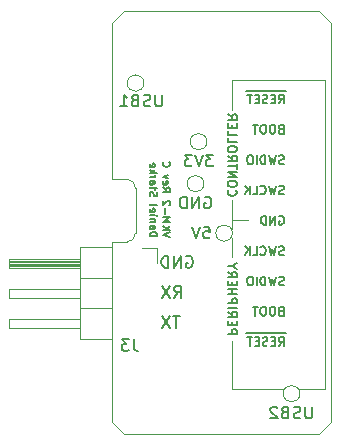
<source format=gbr>
G04 #@! TF.GenerationSoftware,KiCad,Pcbnew,(5.1.5)-3*
G04 #@! TF.CreationDate,2023-06-21T22:09:46+02:00*
G04 #@! TF.ProjectId,vkm,766b6d2e-6b69-4636-9164-5f7063625858,C*
G04 #@! TF.SameCoordinates,PX4395450PY715d7c0*
G04 #@! TF.FileFunction,Legend,Bot*
G04 #@! TF.FilePolarity,Positive*
%FSLAX46Y46*%
G04 Gerber Fmt 4.6, Leading zero omitted, Abs format (unit mm)*
G04 Created by KiCad (PCBNEW (5.1.5)-3) date 2023-06-21 22:09:46*
%MOMM*%
%LPD*%
G04 APERTURE LIST*
%ADD10C,0.120000*%
%ADD11C,0.150000*%
%ADD12C,0.177800*%
%ADD13C,0.050000*%
%ADD14C,0.127000*%
G04 APERTURE END LIST*
D10*
X10160000Y18161000D02*
X10160000Y16510000D01*
D11*
X5780547Y11537120D02*
X5209119Y11537120D01*
X5494833Y10537120D02*
X5494833Y11537120D01*
X4971023Y11537120D02*
X4304357Y10537120D01*
X4304357Y11537120D02*
X4971023Y10537120D01*
X5304357Y13077120D02*
X5637690Y13553310D01*
X5875785Y13077120D02*
X5875785Y14077120D01*
X5494833Y14077120D01*
X5399595Y14029500D01*
X5351976Y13981881D01*
X5304357Y13886643D01*
X5304357Y13743786D01*
X5351976Y13648548D01*
X5399595Y13600929D01*
X5494833Y13553310D01*
X5875785Y13553310D01*
X4971023Y14077120D02*
X4304357Y13077120D01*
X4304357Y14077120D02*
X4971023Y13077120D01*
X6320214Y16569500D02*
X6415452Y16617120D01*
X6558309Y16617120D01*
X6701166Y16569500D01*
X6796404Y16474262D01*
X6844023Y16379024D01*
X6891642Y16188548D01*
X6891642Y16045691D01*
X6844023Y15855215D01*
X6796404Y15759977D01*
X6701166Y15664739D01*
X6558309Y15617120D01*
X6463071Y15617120D01*
X6320214Y15664739D01*
X6272595Y15712358D01*
X6272595Y16045691D01*
X6463071Y16045691D01*
X5844023Y15617120D02*
X5844023Y16617120D01*
X5272595Y15617120D01*
X5272595Y16617120D01*
X4796404Y15617120D02*
X4796404Y16617120D01*
X4558309Y16617120D01*
X4415452Y16569500D01*
X4320214Y16474262D01*
X4272595Y16379024D01*
X4224976Y16188548D01*
X4224976Y16045691D01*
X4272595Y15855215D01*
X4320214Y15759977D01*
X4415452Y15664739D01*
X4558309Y15617120D01*
X4796404Y15617120D01*
D10*
X18034000Y5334000D02*
X15875000Y5334000D01*
X10160000Y31496000D02*
X10160000Y28956000D01*
X18034000Y31496000D02*
X10160000Y31496000D01*
X18034000Y5334000D02*
X18034000Y31496000D01*
X10160000Y19685000D02*
X11557000Y19685000D01*
X10160000Y21336000D02*
X10160000Y18872000D01*
X10160000Y5334000D02*
X10160000Y9398000D01*
X14605000Y5334000D02*
X10160000Y5334000D01*
D12*
X14743430Y30615509D02*
X14006830Y30615509D01*
X14147134Y29520794D02*
X14392668Y29871556D01*
X14568049Y29520794D02*
X14568049Y30257394D01*
X14287439Y30257394D01*
X14217287Y30222317D01*
X14182210Y30187241D01*
X14147134Y30117089D01*
X14147134Y30011860D01*
X14182210Y29941708D01*
X14217287Y29906632D01*
X14287439Y29871556D01*
X14568049Y29871556D01*
X14006830Y30615509D02*
X13340382Y30615509D01*
X13831449Y29906632D02*
X13585915Y29906632D01*
X13480687Y29520794D02*
X13831449Y29520794D01*
X13831449Y30257394D01*
X13480687Y30257394D01*
X13340382Y30615509D02*
X12638858Y30615509D01*
X13200077Y29555870D02*
X13094849Y29520794D01*
X12919468Y29520794D01*
X12849315Y29555870D01*
X12814239Y29590946D01*
X12779163Y29661098D01*
X12779163Y29731251D01*
X12814239Y29801403D01*
X12849315Y29836479D01*
X12919468Y29871556D01*
X13059772Y29906632D01*
X13129925Y29941708D01*
X13165001Y29976784D01*
X13200077Y30046937D01*
X13200077Y30117089D01*
X13165001Y30187241D01*
X13129925Y30222317D01*
X13059772Y30257394D01*
X12884391Y30257394D01*
X12779163Y30222317D01*
X12638858Y30615509D02*
X11972410Y30615509D01*
X12463477Y29906632D02*
X12217944Y29906632D01*
X12112715Y29520794D02*
X12463477Y29520794D01*
X12463477Y30257394D01*
X12112715Y30257394D01*
X11972410Y30615509D02*
X11411191Y30615509D01*
X11902258Y30257394D02*
X11481344Y30257394D01*
X11691801Y29520794D02*
X11691801Y30257394D01*
X14322515Y27341232D02*
X14217287Y27306156D01*
X14182210Y27271079D01*
X14147134Y27200927D01*
X14147134Y27095698D01*
X14182210Y27025546D01*
X14217287Y26990470D01*
X14287439Y26955394D01*
X14568049Y26955394D01*
X14568049Y27691994D01*
X14322515Y27691994D01*
X14252363Y27656917D01*
X14217287Y27621841D01*
X14182210Y27551689D01*
X14182210Y27481537D01*
X14217287Y27411384D01*
X14252363Y27376308D01*
X14322515Y27341232D01*
X14568049Y27341232D01*
X13691144Y27691994D02*
X13550839Y27691994D01*
X13480687Y27656917D01*
X13410534Y27586765D01*
X13375458Y27446460D01*
X13375458Y27200927D01*
X13410534Y27060622D01*
X13480687Y26990470D01*
X13550839Y26955394D01*
X13691144Y26955394D01*
X13761296Y26990470D01*
X13831449Y27060622D01*
X13866525Y27200927D01*
X13866525Y27446460D01*
X13831449Y27586765D01*
X13761296Y27656917D01*
X13691144Y27691994D01*
X12919468Y27691994D02*
X12779163Y27691994D01*
X12709010Y27656917D01*
X12638858Y27586765D01*
X12603782Y27446460D01*
X12603782Y27200927D01*
X12638858Y27060622D01*
X12709010Y26990470D01*
X12779163Y26955394D01*
X12919468Y26955394D01*
X12989620Y26990470D01*
X13059772Y27060622D01*
X13094849Y27200927D01*
X13094849Y27446460D01*
X13059772Y27586765D01*
X12989620Y27656917D01*
X12919468Y27691994D01*
X12393325Y27691994D02*
X11972410Y27691994D01*
X12182868Y26955394D02*
X12182868Y27691994D01*
X14603125Y24425070D02*
X14497896Y24389994D01*
X14322515Y24389994D01*
X14252363Y24425070D01*
X14217287Y24460146D01*
X14182210Y24530298D01*
X14182210Y24600451D01*
X14217287Y24670603D01*
X14252363Y24705679D01*
X14322515Y24740756D01*
X14462820Y24775832D01*
X14532972Y24810908D01*
X14568049Y24845984D01*
X14603125Y24916137D01*
X14603125Y24986289D01*
X14568049Y25056441D01*
X14532972Y25091517D01*
X14462820Y25126594D01*
X14287439Y25126594D01*
X14182210Y25091517D01*
X13936677Y25126594D02*
X13761296Y24389994D01*
X13620991Y24916137D01*
X13480687Y24389994D01*
X13305306Y25126594D01*
X13024696Y24389994D02*
X13024696Y25126594D01*
X12849315Y25126594D01*
X12744087Y25091517D01*
X12673934Y25021365D01*
X12638858Y24951213D01*
X12603782Y24810908D01*
X12603782Y24705679D01*
X12638858Y24565375D01*
X12673934Y24495222D01*
X12744087Y24425070D01*
X12849315Y24389994D01*
X13024696Y24389994D01*
X12288096Y24389994D02*
X12288096Y25126594D01*
X11797030Y25126594D02*
X11656725Y25126594D01*
X11586572Y25091517D01*
X11516420Y25021365D01*
X11481344Y24881060D01*
X11481344Y24635527D01*
X11516420Y24495222D01*
X11586572Y24425070D01*
X11656725Y24389994D01*
X11797030Y24389994D01*
X11867182Y24425070D01*
X11937334Y24495222D01*
X11972410Y24635527D01*
X11972410Y24881060D01*
X11937334Y25021365D01*
X11867182Y25091517D01*
X11797030Y25126594D01*
X14603125Y21859670D02*
X14497896Y21824594D01*
X14322515Y21824594D01*
X14252363Y21859670D01*
X14217287Y21894746D01*
X14182210Y21964898D01*
X14182210Y22035051D01*
X14217287Y22105203D01*
X14252363Y22140279D01*
X14322515Y22175356D01*
X14462820Y22210432D01*
X14532972Y22245508D01*
X14568049Y22280584D01*
X14603125Y22350737D01*
X14603125Y22420889D01*
X14568049Y22491041D01*
X14532972Y22526117D01*
X14462820Y22561194D01*
X14287439Y22561194D01*
X14182210Y22526117D01*
X13936677Y22561194D02*
X13761296Y21824594D01*
X13620991Y22350737D01*
X13480687Y21824594D01*
X13305306Y22561194D01*
X12603782Y21894746D02*
X12638858Y21859670D01*
X12744087Y21824594D01*
X12814239Y21824594D01*
X12919468Y21859670D01*
X12989620Y21929822D01*
X13024696Y21999975D01*
X13059772Y22140279D01*
X13059772Y22245508D01*
X13024696Y22385813D01*
X12989620Y22455965D01*
X12919468Y22526117D01*
X12814239Y22561194D01*
X12744087Y22561194D01*
X12638858Y22526117D01*
X12603782Y22491041D01*
X11937334Y21824594D02*
X12288096Y21824594D01*
X12288096Y22561194D01*
X11691801Y21824594D02*
X11691801Y22561194D01*
X11270887Y21824594D02*
X11586572Y22245508D01*
X11270887Y22561194D02*
X11691801Y22140279D01*
X14182210Y19960717D02*
X14252363Y19995794D01*
X14357591Y19995794D01*
X14462820Y19960717D01*
X14532972Y19890565D01*
X14568049Y19820413D01*
X14603125Y19680108D01*
X14603125Y19574879D01*
X14568049Y19434575D01*
X14532972Y19364422D01*
X14462820Y19294270D01*
X14357591Y19259194D01*
X14287439Y19259194D01*
X14182210Y19294270D01*
X14147134Y19329346D01*
X14147134Y19574879D01*
X14287439Y19574879D01*
X13831449Y19259194D02*
X13831449Y19995794D01*
X13410534Y19259194D01*
X13410534Y19995794D01*
X13059772Y19259194D02*
X13059772Y19995794D01*
X12884391Y19995794D01*
X12779163Y19960717D01*
X12709010Y19890565D01*
X12673934Y19820413D01*
X12638858Y19680108D01*
X12638858Y19574879D01*
X12673934Y19434575D01*
X12709010Y19364422D01*
X12779163Y19294270D01*
X12884391Y19259194D01*
X13059772Y19259194D01*
X14603125Y16728870D02*
X14497896Y16693794D01*
X14322515Y16693794D01*
X14252363Y16728870D01*
X14217287Y16763946D01*
X14182210Y16834098D01*
X14182210Y16904251D01*
X14217287Y16974403D01*
X14252363Y17009479D01*
X14322515Y17044556D01*
X14462820Y17079632D01*
X14532972Y17114708D01*
X14568049Y17149784D01*
X14603125Y17219937D01*
X14603125Y17290089D01*
X14568049Y17360241D01*
X14532972Y17395317D01*
X14462820Y17430394D01*
X14287439Y17430394D01*
X14182210Y17395317D01*
X13936677Y17430394D02*
X13761296Y16693794D01*
X13620991Y17219937D01*
X13480687Y16693794D01*
X13305306Y17430394D01*
X12603782Y16763946D02*
X12638858Y16728870D01*
X12744087Y16693794D01*
X12814239Y16693794D01*
X12919468Y16728870D01*
X12989620Y16799022D01*
X13024696Y16869175D01*
X13059772Y17009479D01*
X13059772Y17114708D01*
X13024696Y17255013D01*
X12989620Y17325165D01*
X12919468Y17395317D01*
X12814239Y17430394D01*
X12744087Y17430394D01*
X12638858Y17395317D01*
X12603782Y17360241D01*
X11937334Y16693794D02*
X12288096Y16693794D01*
X12288096Y17430394D01*
X11691801Y16693794D02*
X11691801Y17430394D01*
X11270887Y16693794D02*
X11586572Y17114708D01*
X11270887Y17430394D02*
X11691801Y17009479D01*
X14603125Y14163470D02*
X14497896Y14128394D01*
X14322515Y14128394D01*
X14252363Y14163470D01*
X14217287Y14198546D01*
X14182210Y14268698D01*
X14182210Y14338851D01*
X14217287Y14409003D01*
X14252363Y14444079D01*
X14322515Y14479156D01*
X14462820Y14514232D01*
X14532972Y14549308D01*
X14568049Y14584384D01*
X14603125Y14654537D01*
X14603125Y14724689D01*
X14568049Y14794841D01*
X14532972Y14829917D01*
X14462820Y14864994D01*
X14287439Y14864994D01*
X14182210Y14829917D01*
X13936677Y14864994D02*
X13761296Y14128394D01*
X13620991Y14654537D01*
X13480687Y14128394D01*
X13305306Y14864994D01*
X13024696Y14128394D02*
X13024696Y14864994D01*
X12849315Y14864994D01*
X12744087Y14829917D01*
X12673934Y14759765D01*
X12638858Y14689613D01*
X12603782Y14549308D01*
X12603782Y14444079D01*
X12638858Y14303775D01*
X12673934Y14233622D01*
X12744087Y14163470D01*
X12849315Y14128394D01*
X13024696Y14128394D01*
X12288096Y14128394D02*
X12288096Y14864994D01*
X11797030Y14864994D02*
X11656725Y14864994D01*
X11586572Y14829917D01*
X11516420Y14759765D01*
X11481344Y14619460D01*
X11481344Y14373927D01*
X11516420Y14233622D01*
X11586572Y14163470D01*
X11656725Y14128394D01*
X11797030Y14128394D01*
X11867182Y14163470D01*
X11937334Y14233622D01*
X11972410Y14373927D01*
X11972410Y14619460D01*
X11937334Y14759765D01*
X11867182Y14829917D01*
X11797030Y14864994D01*
X14322515Y11948832D02*
X14217287Y11913756D01*
X14182210Y11878679D01*
X14147134Y11808527D01*
X14147134Y11703298D01*
X14182210Y11633146D01*
X14217287Y11598070D01*
X14287439Y11562994D01*
X14568049Y11562994D01*
X14568049Y12299594D01*
X14322515Y12299594D01*
X14252363Y12264517D01*
X14217287Y12229441D01*
X14182210Y12159289D01*
X14182210Y12089137D01*
X14217287Y12018984D01*
X14252363Y11983908D01*
X14322515Y11948832D01*
X14568049Y11948832D01*
X13691144Y12299594D02*
X13550839Y12299594D01*
X13480687Y12264517D01*
X13410534Y12194365D01*
X13375458Y12054060D01*
X13375458Y11808527D01*
X13410534Y11668222D01*
X13480687Y11598070D01*
X13550839Y11562994D01*
X13691144Y11562994D01*
X13761296Y11598070D01*
X13831449Y11668222D01*
X13866525Y11808527D01*
X13866525Y12054060D01*
X13831449Y12194365D01*
X13761296Y12264517D01*
X13691144Y12299594D01*
X12919468Y12299594D02*
X12779163Y12299594D01*
X12709010Y12264517D01*
X12638858Y12194365D01*
X12603782Y12054060D01*
X12603782Y11808527D01*
X12638858Y11668222D01*
X12709010Y11598070D01*
X12779163Y11562994D01*
X12919468Y11562994D01*
X12989620Y11598070D01*
X13059772Y11668222D01*
X13094849Y11808527D01*
X13094849Y12054060D01*
X13059772Y12194365D01*
X12989620Y12264517D01*
X12919468Y12299594D01*
X12393325Y12299594D02*
X11972410Y12299594D01*
X12182868Y11562994D02*
X12182868Y12299594D01*
X14743430Y10092309D02*
X14006830Y10092309D01*
X14147134Y8997594D02*
X14392668Y9348356D01*
X14568049Y8997594D02*
X14568049Y9734194D01*
X14287439Y9734194D01*
X14217287Y9699117D01*
X14182210Y9664041D01*
X14147134Y9593889D01*
X14147134Y9488660D01*
X14182210Y9418508D01*
X14217287Y9383432D01*
X14287439Y9348356D01*
X14568049Y9348356D01*
X14006830Y10092309D02*
X13340382Y10092309D01*
X13831449Y9383432D02*
X13585915Y9383432D01*
X13480687Y8997594D02*
X13831449Y8997594D01*
X13831449Y9734194D01*
X13480687Y9734194D01*
X13340382Y10092309D02*
X12638858Y10092309D01*
X13200077Y9032670D02*
X13094849Y8997594D01*
X12919468Y8997594D01*
X12849315Y9032670D01*
X12814239Y9067746D01*
X12779163Y9137898D01*
X12779163Y9208051D01*
X12814239Y9278203D01*
X12849315Y9313279D01*
X12919468Y9348356D01*
X13059772Y9383432D01*
X13129925Y9418508D01*
X13165001Y9453584D01*
X13200077Y9523737D01*
X13200077Y9593889D01*
X13165001Y9664041D01*
X13129925Y9699117D01*
X13059772Y9734194D01*
X12884391Y9734194D01*
X12779163Y9699117D01*
X12638858Y10092309D02*
X11972410Y10092309D01*
X12463477Y9383432D02*
X12217944Y9383432D01*
X12112715Y8997594D02*
X12463477Y8997594D01*
X12463477Y9734194D01*
X12112715Y9734194D01*
X11972410Y10092309D02*
X11411191Y10092309D01*
X11902258Y9734194D02*
X11481344Y9734194D01*
X11691801Y8997594D02*
X11691801Y9734194D01*
D13*
X1016000Y37338000D02*
X0Y36322000D01*
X17526000Y37338000D02*
X18542000Y36322000D01*
X17526000Y1524000D02*
X18542000Y2540000D01*
X0Y2540000D02*
X1016000Y1524000D01*
X0Y17780000D02*
X0Y2540000D01*
X0Y23114000D02*
X0Y36322000D01*
X2032000Y18542000D02*
G75*
G02X1270000Y17780000I-762000J0D01*
G01*
X1270000Y23114000D02*
G75*
G02X2032000Y22352000I0J-762000D01*
G01*
X2032000Y18542000D02*
X2032000Y22352000D01*
X1270000Y17780000D02*
X0Y17780000D01*
X1270000Y23114000D02*
X0Y23114000D01*
X17526000Y37338000D02*
X1016000Y37338000D01*
X18542000Y2540000D02*
X18542000Y36322000D01*
X1016000Y1524000D02*
X17526000Y1524000D01*
D12*
X9815285Y10014858D02*
X10577285Y10014858D01*
X10577285Y10305143D01*
X10541000Y10377715D01*
X10504714Y10414000D01*
X10432142Y10450286D01*
X10323285Y10450286D01*
X10250714Y10414000D01*
X10214428Y10377715D01*
X10178142Y10305143D01*
X10178142Y10014858D01*
X10214428Y10776858D02*
X10214428Y11030858D01*
X9815285Y11139715D02*
X9815285Y10776858D01*
X10577285Y10776858D01*
X10577285Y11139715D01*
X9815285Y11901715D02*
X10178142Y11647715D01*
X9815285Y11466286D02*
X10577285Y11466286D01*
X10577285Y11756572D01*
X10541000Y11829143D01*
X10504714Y11865429D01*
X10432142Y11901715D01*
X10323285Y11901715D01*
X10250714Y11865429D01*
X10214428Y11829143D01*
X10178142Y11756572D01*
X10178142Y11466286D01*
X9815285Y12228286D02*
X10577285Y12228286D01*
X9815285Y12591143D02*
X10577285Y12591143D01*
X10577285Y12881429D01*
X10541000Y12954000D01*
X10504714Y12990286D01*
X10432142Y13026572D01*
X10323285Y13026572D01*
X10250714Y12990286D01*
X10214428Y12954000D01*
X10178142Y12881429D01*
X10178142Y12591143D01*
X9815285Y13353143D02*
X10577285Y13353143D01*
X10214428Y13353143D02*
X10214428Y13788572D01*
X9815285Y13788572D02*
X10577285Y13788572D01*
X10214428Y14151429D02*
X10214428Y14405429D01*
X9815285Y14514286D02*
X9815285Y14151429D01*
X10577285Y14151429D01*
X10577285Y14514286D01*
X9815285Y15276286D02*
X10178142Y15022286D01*
X9815285Y14840858D02*
X10577285Y14840858D01*
X10577285Y15131143D01*
X10541000Y15203715D01*
X10504714Y15240000D01*
X10432142Y15276286D01*
X10323285Y15276286D01*
X10250714Y15240000D01*
X10214428Y15203715D01*
X10178142Y15131143D01*
X10178142Y14840858D01*
X10178142Y15748000D02*
X9815285Y15748000D01*
X10577285Y15494000D02*
X10178142Y15748000D01*
X10577285Y16002000D01*
X9887857Y22170572D02*
X9851571Y22134286D01*
X9815285Y22025429D01*
X9815285Y21952858D01*
X9851571Y21844000D01*
X9924142Y21771429D01*
X9996714Y21735143D01*
X10141857Y21698858D01*
X10250714Y21698858D01*
X10395857Y21735143D01*
X10468428Y21771429D01*
X10541000Y21844000D01*
X10577285Y21952858D01*
X10577285Y22025429D01*
X10541000Y22134286D01*
X10504714Y22170572D01*
X10577285Y22642286D02*
X10577285Y22787429D01*
X10541000Y22860000D01*
X10468428Y22932572D01*
X10323285Y22968858D01*
X10069285Y22968858D01*
X9924142Y22932572D01*
X9851571Y22860000D01*
X9815285Y22787429D01*
X9815285Y22642286D01*
X9851571Y22569715D01*
X9924142Y22497143D01*
X10069285Y22460858D01*
X10323285Y22460858D01*
X10468428Y22497143D01*
X10541000Y22569715D01*
X10577285Y22642286D01*
X9815285Y23295429D02*
X10577285Y23295429D01*
X9815285Y23730858D01*
X10577285Y23730858D01*
X10577285Y23984858D02*
X10577285Y24420286D01*
X9815285Y24202572D02*
X10577285Y24202572D01*
X9815285Y25109715D02*
X10178142Y24855715D01*
X9815285Y24674286D02*
X10577285Y24674286D01*
X10577285Y24964572D01*
X10541000Y25037143D01*
X10504714Y25073429D01*
X10432142Y25109715D01*
X10323285Y25109715D01*
X10250714Y25073429D01*
X10214428Y25037143D01*
X10178142Y24964572D01*
X10178142Y24674286D01*
X10577285Y25581429D02*
X10577285Y25726572D01*
X10541000Y25799143D01*
X10468428Y25871715D01*
X10323285Y25908000D01*
X10069285Y25908000D01*
X9924142Y25871715D01*
X9851571Y25799143D01*
X9815285Y25726572D01*
X9815285Y25581429D01*
X9851571Y25508858D01*
X9924142Y25436286D01*
X10069285Y25400000D01*
X10323285Y25400000D01*
X10468428Y25436286D01*
X10541000Y25508858D01*
X10577285Y25581429D01*
X9815285Y26597429D02*
X9815285Y26234572D01*
X10577285Y26234572D01*
X9815285Y27214286D02*
X9815285Y26851429D01*
X10577285Y26851429D01*
X10214428Y27468286D02*
X10214428Y27722286D01*
X9815285Y27831143D02*
X9815285Y27468286D01*
X10577285Y27468286D01*
X10577285Y27831143D01*
X9815285Y28593143D02*
X10178142Y28339143D01*
X9815285Y28157715D02*
X10577285Y28157715D01*
X10577285Y28448000D01*
X10541000Y28520572D01*
X10504714Y28556858D01*
X10432142Y28593143D01*
X10323285Y28593143D01*
X10250714Y28556858D01*
X10214428Y28520572D01*
X10178142Y28448000D01*
X10178142Y28157715D01*
D14*
X4951488Y18177027D02*
X4316488Y18388693D01*
X4951488Y18600360D01*
X4316488Y18812027D02*
X4951488Y18812027D01*
X4316488Y19174884D02*
X4679345Y18902741D01*
X4951488Y19174884D02*
X4588630Y18812027D01*
X4316488Y19447027D02*
X4951488Y19447027D01*
X4497916Y19658693D01*
X4951488Y19870360D01*
X4316488Y19870360D01*
X4558392Y20172741D02*
X4558392Y20656550D01*
X4891011Y20928693D02*
X4921250Y20958931D01*
X4951488Y21019408D01*
X4951488Y21170598D01*
X4921250Y21231074D01*
X4891011Y21261312D01*
X4830535Y21291550D01*
X4770059Y21291550D01*
X4679345Y21261312D01*
X4316488Y20898455D01*
X4316488Y21291550D01*
X4316488Y22410360D02*
X4618869Y22198693D01*
X4316488Y22047503D02*
X4951488Y22047503D01*
X4951488Y22289408D01*
X4921250Y22349884D01*
X4891011Y22380122D01*
X4830535Y22410360D01*
X4739821Y22410360D01*
X4679345Y22380122D01*
X4649107Y22349884D01*
X4618869Y22289408D01*
X4618869Y22047503D01*
X4346726Y22924408D02*
X4316488Y22863931D01*
X4316488Y22742979D01*
X4346726Y22682503D01*
X4407202Y22652265D01*
X4649107Y22652265D01*
X4709583Y22682503D01*
X4739821Y22742979D01*
X4739821Y22863931D01*
X4709583Y22924408D01*
X4649107Y22954646D01*
X4588630Y22954646D01*
X4528154Y22652265D01*
X4739821Y23166312D02*
X4316488Y23317503D01*
X4739821Y23468693D01*
X4376964Y24557265D02*
X4346726Y24527027D01*
X4316488Y24436312D01*
X4316488Y24375836D01*
X4346726Y24285122D01*
X4407202Y24224646D01*
X4467678Y24194408D01*
X4588630Y24164170D01*
X4679345Y24164170D01*
X4800297Y24194408D01*
X4860773Y24224646D01*
X4921250Y24285122D01*
X4951488Y24375836D01*
X4951488Y24436312D01*
X4921250Y24527027D01*
X4891011Y24557265D01*
X3236988Y18267741D02*
X3871988Y18267741D01*
X3871988Y18418931D01*
X3841750Y18509646D01*
X3781273Y18570122D01*
X3720797Y18600360D01*
X3599845Y18630598D01*
X3509130Y18630598D01*
X3388178Y18600360D01*
X3327702Y18570122D01*
X3267226Y18509646D01*
X3236988Y18418931D01*
X3236988Y18267741D01*
X3236988Y19174884D02*
X3569607Y19174884D01*
X3630083Y19144646D01*
X3660321Y19084170D01*
X3660321Y18963217D01*
X3630083Y18902741D01*
X3267226Y19174884D02*
X3236988Y19114408D01*
X3236988Y18963217D01*
X3267226Y18902741D01*
X3327702Y18872503D01*
X3388178Y18872503D01*
X3448654Y18902741D01*
X3478892Y18963217D01*
X3478892Y19114408D01*
X3509130Y19174884D01*
X3660321Y19477265D02*
X3236988Y19477265D01*
X3599845Y19477265D02*
X3630083Y19507503D01*
X3660321Y19567979D01*
X3660321Y19658693D01*
X3630083Y19719170D01*
X3569607Y19749408D01*
X3236988Y19749408D01*
X3236988Y20051789D02*
X3660321Y20051789D01*
X3871988Y20051789D02*
X3841750Y20021550D01*
X3811511Y20051789D01*
X3841750Y20082027D01*
X3871988Y20051789D01*
X3811511Y20051789D01*
X3267226Y20596074D02*
X3236988Y20535598D01*
X3236988Y20414646D01*
X3267226Y20354170D01*
X3327702Y20323931D01*
X3569607Y20323931D01*
X3630083Y20354170D01*
X3660321Y20414646D01*
X3660321Y20535598D01*
X3630083Y20596074D01*
X3569607Y20626312D01*
X3509130Y20626312D01*
X3448654Y20323931D01*
X3236988Y20989170D02*
X3267226Y20928693D01*
X3327702Y20898455D01*
X3871988Y20898455D01*
X3267226Y21684646D02*
X3236988Y21775360D01*
X3236988Y21926550D01*
X3267226Y21987027D01*
X3297464Y22017265D01*
X3357940Y22047503D01*
X3418416Y22047503D01*
X3478892Y22017265D01*
X3509130Y21987027D01*
X3539369Y21926550D01*
X3569607Y21805598D01*
X3599845Y21745122D01*
X3630083Y21714884D01*
X3690559Y21684646D01*
X3751035Y21684646D01*
X3811511Y21714884D01*
X3841750Y21745122D01*
X3871988Y21805598D01*
X3871988Y21956789D01*
X3841750Y22047503D01*
X3660321Y22228931D02*
X3660321Y22470836D01*
X3871988Y22319646D02*
X3327702Y22319646D01*
X3267226Y22349884D01*
X3236988Y22410360D01*
X3236988Y22470836D01*
X3236988Y22954646D02*
X3569607Y22954646D01*
X3630083Y22924408D01*
X3660321Y22863931D01*
X3660321Y22742979D01*
X3630083Y22682503D01*
X3267226Y22954646D02*
X3236988Y22894170D01*
X3236988Y22742979D01*
X3267226Y22682503D01*
X3327702Y22652265D01*
X3388178Y22652265D01*
X3448654Y22682503D01*
X3478892Y22742979D01*
X3478892Y22894170D01*
X3509130Y22954646D01*
X3236988Y23257027D02*
X3660321Y23257027D01*
X3539369Y23257027D02*
X3599845Y23287265D01*
X3630083Y23317503D01*
X3660321Y23377979D01*
X3660321Y23438455D01*
X3236988Y23650122D02*
X3871988Y23650122D01*
X3478892Y23710598D02*
X3236988Y23892027D01*
X3660321Y23892027D02*
X3418416Y23650122D01*
X3267226Y24406074D02*
X3236988Y24345598D01*
X3236988Y24224646D01*
X3267226Y24164170D01*
X3327702Y24133931D01*
X3569607Y24133931D01*
X3630083Y24164170D01*
X3660321Y24224646D01*
X3660321Y24345598D01*
X3630083Y24406074D01*
X3569607Y24436312D01*
X3509130Y24436312D01*
X3448654Y24133931D01*
D10*
X3867000Y17272000D02*
X2597000Y17272000D01*
X3867000Y16002000D02*
X3867000Y17272000D01*
X-8703000Y10542000D02*
X-2703000Y10542000D01*
X-8703000Y11302000D02*
X-8703000Y10542000D01*
X-2703000Y11302000D02*
X-8703000Y11302000D01*
X-43000Y12192000D02*
X-2703000Y12192000D01*
X-8703000Y13082000D02*
X-2703000Y13082000D01*
X-8703000Y13842000D02*
X-8703000Y13082000D01*
X-2703000Y13842000D02*
X-8703000Y13842000D01*
X-43000Y14732000D02*
X-2703000Y14732000D01*
X-2703000Y15722000D02*
X-8703000Y15722000D01*
X-2703000Y15842000D02*
X-8703000Y15842000D01*
X-2703000Y15962000D02*
X-8703000Y15962000D01*
X-2703000Y16082000D02*
X-8703000Y16082000D01*
X-2703000Y16202000D02*
X-8703000Y16202000D01*
X-2703000Y16322000D02*
X-8703000Y16322000D01*
X-8703000Y15622000D02*
X-2703000Y15622000D01*
X-8703000Y16382000D02*
X-8703000Y15622000D01*
X-2703000Y16382000D02*
X-8703000Y16382000D01*
X-2703000Y17332000D02*
X-43000Y17332000D01*
X-2703000Y9592000D02*
X-2703000Y17332000D01*
X-43000Y9592000D02*
X-2703000Y9592000D01*
X7812000Y22733000D02*
G75*
G03X7812000Y22733000I-700000J0D01*
G01*
X8066000Y26289000D02*
G75*
G03X8066000Y26289000I-700000J0D01*
G01*
X10225000Y18542000D02*
G75*
G03X10225000Y18542000I-700000J0D01*
G01*
X15940000Y4953000D02*
G75*
G03X15940000Y4953000I-700000J0D01*
G01*
X2732000Y31242000D02*
G75*
G03X2732000Y31242000I-700000J0D01*
G01*
D11*
X1857333Y9564620D02*
X1857333Y8850334D01*
X1904952Y8707477D01*
X2000190Y8612239D01*
X2143047Y8564620D01*
X2238285Y8564620D01*
X1476380Y9564620D02*
X857333Y9564620D01*
X1190666Y9183667D01*
X1047809Y9183667D01*
X952571Y9136048D01*
X904952Y9088429D01*
X857333Y8993191D01*
X857333Y8755096D01*
X904952Y8659858D01*
X952571Y8612239D01*
X1047809Y8564620D01*
X1333523Y8564620D01*
X1428761Y8612239D01*
X1476380Y8659858D01*
X7873904Y21582000D02*
X7969142Y21629620D01*
X8112000Y21629620D01*
X8254857Y21582000D01*
X8350095Y21486762D01*
X8397714Y21391524D01*
X8445333Y21201048D01*
X8445333Y21058191D01*
X8397714Y20867715D01*
X8350095Y20772477D01*
X8254857Y20677239D01*
X8112000Y20629620D01*
X8016761Y20629620D01*
X7873904Y20677239D01*
X7826285Y20724858D01*
X7826285Y21058191D01*
X8016761Y21058191D01*
X7397714Y20629620D02*
X7397714Y21629620D01*
X6826285Y20629620D01*
X6826285Y21629620D01*
X6350095Y20629620D02*
X6350095Y21629620D01*
X6112000Y21629620D01*
X5969142Y21582000D01*
X5873904Y21486762D01*
X5826285Y21391524D01*
X5778666Y21201048D01*
X5778666Y21058191D01*
X5826285Y20867715D01*
X5873904Y20772477D01*
X5969142Y20677239D01*
X6112000Y20629620D01*
X6350095Y20629620D01*
X8604095Y25185620D02*
X7985047Y25185620D01*
X8318380Y24804667D01*
X8175523Y24804667D01*
X8080285Y24757048D01*
X8032666Y24709429D01*
X7985047Y24614191D01*
X7985047Y24376096D01*
X8032666Y24280858D01*
X8080285Y24233239D01*
X8175523Y24185620D01*
X8461238Y24185620D01*
X8556476Y24233239D01*
X8604095Y24280858D01*
X7699333Y25185620D02*
X7366000Y24185620D01*
X7032666Y25185620D01*
X6794571Y25185620D02*
X6175523Y25185620D01*
X6508857Y24804667D01*
X6366000Y24804667D01*
X6270761Y24757048D01*
X6223142Y24709429D01*
X6175523Y24614191D01*
X6175523Y24376096D01*
X6223142Y24280858D01*
X6270761Y24233239D01*
X6366000Y24185620D01*
X6651714Y24185620D01*
X6746952Y24233239D01*
X6794571Y24280858D01*
X7810476Y19089620D02*
X8286666Y19089620D01*
X8334285Y18613429D01*
X8286666Y18661048D01*
X8191428Y18708667D01*
X7953333Y18708667D01*
X7858095Y18661048D01*
X7810476Y18613429D01*
X7762857Y18518191D01*
X7762857Y18280096D01*
X7810476Y18184858D01*
X7858095Y18137239D01*
X7953333Y18089620D01*
X8191428Y18089620D01*
X8286666Y18137239D01*
X8334285Y18184858D01*
X7477142Y19089620D02*
X7143809Y18089620D01*
X6810476Y19089620D01*
X16978095Y3849620D02*
X16978095Y3040096D01*
X16930476Y2944858D01*
X16882857Y2897239D01*
X16787619Y2849620D01*
X16597142Y2849620D01*
X16501904Y2897239D01*
X16454285Y2944858D01*
X16406666Y3040096D01*
X16406666Y3849620D01*
X15978095Y2897239D02*
X15835238Y2849620D01*
X15597142Y2849620D01*
X15501904Y2897239D01*
X15454285Y2944858D01*
X15406666Y3040096D01*
X15406666Y3135334D01*
X15454285Y3230572D01*
X15501904Y3278191D01*
X15597142Y3325810D01*
X15787619Y3373429D01*
X15882857Y3421048D01*
X15930476Y3468667D01*
X15978095Y3563905D01*
X15978095Y3659143D01*
X15930476Y3754381D01*
X15882857Y3802000D01*
X15787619Y3849620D01*
X15549523Y3849620D01*
X15406666Y3802000D01*
X14644761Y3373429D02*
X14501904Y3325810D01*
X14454285Y3278191D01*
X14406666Y3182953D01*
X14406666Y3040096D01*
X14454285Y2944858D01*
X14501904Y2897239D01*
X14597142Y2849620D01*
X14978095Y2849620D01*
X14978095Y3849620D01*
X14644761Y3849620D01*
X14549523Y3802000D01*
X14501904Y3754381D01*
X14454285Y3659143D01*
X14454285Y3563905D01*
X14501904Y3468667D01*
X14549523Y3421048D01*
X14644761Y3373429D01*
X14978095Y3373429D01*
X14025714Y3754381D02*
X13978095Y3802000D01*
X13882857Y3849620D01*
X13644761Y3849620D01*
X13549523Y3802000D01*
X13501904Y3754381D01*
X13454285Y3659143D01*
X13454285Y3563905D01*
X13501904Y3421048D01*
X14073333Y2849620D01*
X13454285Y2849620D01*
X4278095Y30265620D02*
X4278095Y29456096D01*
X4230476Y29360858D01*
X4182857Y29313239D01*
X4087619Y29265620D01*
X3897142Y29265620D01*
X3801904Y29313239D01*
X3754285Y29360858D01*
X3706666Y29456096D01*
X3706666Y30265620D01*
X3278095Y29313239D02*
X3135238Y29265620D01*
X2897142Y29265620D01*
X2801904Y29313239D01*
X2754285Y29360858D01*
X2706666Y29456096D01*
X2706666Y29551334D01*
X2754285Y29646572D01*
X2801904Y29694191D01*
X2897142Y29741810D01*
X3087619Y29789429D01*
X3182857Y29837048D01*
X3230476Y29884667D01*
X3278095Y29979905D01*
X3278095Y30075143D01*
X3230476Y30170381D01*
X3182857Y30218000D01*
X3087619Y30265620D01*
X2849523Y30265620D01*
X2706666Y30218000D01*
X1944761Y29789429D02*
X1801904Y29741810D01*
X1754285Y29694191D01*
X1706666Y29598953D01*
X1706666Y29456096D01*
X1754285Y29360858D01*
X1801904Y29313239D01*
X1897142Y29265620D01*
X2278095Y29265620D01*
X2278095Y30265620D01*
X1944761Y30265620D01*
X1849523Y30218000D01*
X1801904Y30170381D01*
X1754285Y30075143D01*
X1754285Y29979905D01*
X1801904Y29884667D01*
X1849523Y29837048D01*
X1944761Y29789429D01*
X2278095Y29789429D01*
X754285Y29265620D02*
X1325714Y29265620D01*
X1040000Y29265620D02*
X1040000Y30265620D01*
X1135238Y30122762D01*
X1230476Y30027524D01*
X1325714Y29979905D01*
M02*

</source>
